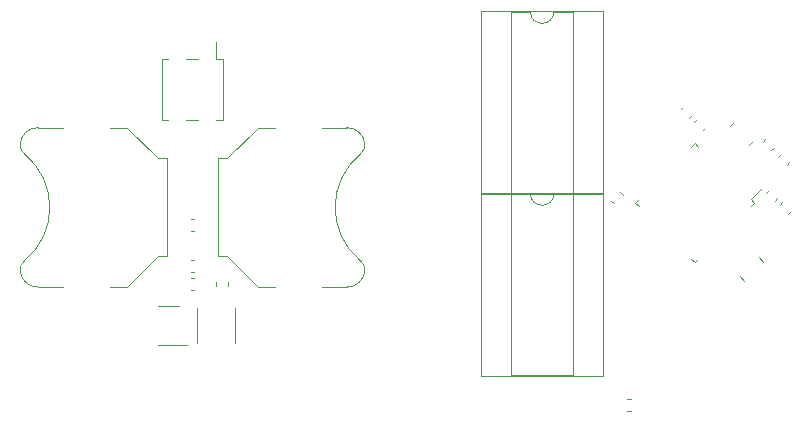
<source format=gbr>
G04 #@! TF.GenerationSoftware,KiCad,Pcbnew,(5.0.0)*
G04 #@! TF.CreationDate,2019-02-27T16:16:10+00:00*
G04 #@! TF.ProjectId,BubbleWatch,427562626C6557617463682E6B696361,rev?*
G04 #@! TF.SameCoordinates,Original*
G04 #@! TF.FileFunction,Legend,Top*
G04 #@! TF.FilePolarity,Positive*
%FSLAX46Y46*%
G04 Gerber Fmt 4.6, Leading zero omitted, Abs format (unit mm)*
G04 Created by KiCad (PCBNEW (5.0.0)) date 02/27/19 16:16:10*
%MOMM*%
%LPD*%
G01*
G04 APERTURE LIST*
%ADD10C,0.120000*%
G04 APERTURE END LIST*
D10*
G04 #@! TO.C,U3*
X146524416Y-83648355D02*
X146227431Y-83351370D01*
X141489816Y-78613755D02*
X141786801Y-78910740D01*
X146524416Y-73579155D02*
X146821401Y-73876140D01*
X151559016Y-78613755D02*
X151262031Y-78910740D01*
X141489816Y-78613755D02*
X141786801Y-78316770D01*
X146524416Y-83648355D02*
X146821401Y-83351370D01*
X151262031Y-78316770D02*
X152237839Y-77340963D01*
X151559016Y-78613755D02*
X151262031Y-78316770D01*
X146524416Y-73579155D02*
X146227431Y-73876140D01*
G04 #@! TO.C,U2*
X134600000Y-77820000D02*
G75*
G02X132600000Y-77820000I-1000000J0D01*
G01*
X132600000Y-77820000D02*
X130950000Y-77820000D01*
X130950000Y-77820000D02*
X130950000Y-93180000D01*
X130950000Y-93180000D02*
X136250000Y-93180000D01*
X136250000Y-93180000D02*
X136250000Y-77820000D01*
X136250000Y-77820000D02*
X134600000Y-77820000D01*
X128460000Y-77760000D02*
X128460000Y-93240000D01*
X128460000Y-93240000D02*
X138740000Y-93240000D01*
X138740000Y-93240000D02*
X138740000Y-77760000D01*
X138740000Y-77760000D02*
X128460000Y-77760000D01*
G04 #@! TO.C,RN2*
X150693898Y-85202548D02*
X150340345Y-84848995D01*
X152306101Y-83590345D02*
X151952548Y-83236792D01*
G04 #@! TO.C,U1*
X138740000Y-62360000D02*
X128460000Y-62360000D01*
X138740000Y-77840000D02*
X138740000Y-62360000D01*
X128460000Y-77840000D02*
X138740000Y-77840000D01*
X128460000Y-62360000D02*
X128460000Y-77840000D01*
X136250000Y-62420000D02*
X134600000Y-62420000D01*
X136250000Y-77780000D02*
X136250000Y-62420000D01*
X130950000Y-77780000D02*
X136250000Y-77780000D01*
X130950000Y-62420000D02*
X130950000Y-77780000D01*
X132600000Y-62420000D02*
X130950000Y-62420000D01*
X134600000Y-62420000D02*
G75*
G02X132600000Y-62420000I-1000000J0D01*
G01*
G04 #@! TO.C,BT1*
X118584160Y-73585385D02*
G75*
G02X118200000Y-74500000I-984160J-124615D01*
G01*
X118584160Y-84414615D02*
G75*
G03X118200000Y-83500000I-984160J124615D01*
G01*
X118188671Y-74509339D02*
G75*
G03X118200000Y-83500000I3711329J-4490661D01*
G01*
X117050000Y-72250000D02*
G75*
G02X118600000Y-73700000I50000J-1500000D01*
G01*
X117050000Y-85750000D02*
G75*
G03X118600000Y-84300000I50000J1500000D01*
G01*
X115000000Y-72250000D02*
X117100000Y-72250000D01*
X115000000Y-85750000D02*
X117100000Y-85750000D01*
X111000000Y-85750000D02*
X109550000Y-85750000D01*
X109550000Y-85750000D02*
X106950000Y-83150000D01*
X106950000Y-83150000D02*
X106150000Y-83150000D01*
X106150000Y-83150000D02*
X106150000Y-74850000D01*
X106150000Y-74850000D02*
X106950000Y-74850000D01*
X106950000Y-74850000D02*
X109550000Y-72250000D01*
X109550000Y-72250000D02*
X111000000Y-72250000D01*
G04 #@! TO.C,BT2*
X98450000Y-85750000D02*
X97000000Y-85750000D01*
X101050000Y-83150000D02*
X98450000Y-85750000D01*
X101850000Y-83150000D02*
X101050000Y-83150000D01*
X101850000Y-74850000D02*
X101850000Y-83150000D01*
X101050000Y-74850000D02*
X101850000Y-74850000D01*
X98450000Y-72250000D02*
X101050000Y-74850000D01*
X97000000Y-72250000D02*
X98450000Y-72250000D01*
X93000000Y-72250000D02*
X90900000Y-72250000D01*
X93000000Y-85750000D02*
X90900000Y-85750000D01*
X90950000Y-72250000D02*
G75*
G03X89400000Y-73700000I-50000J-1500000D01*
G01*
X90950000Y-85750000D02*
G75*
G02X89400000Y-84300000I-50000J1500000D01*
G01*
X89811329Y-83490661D02*
G75*
G03X89800000Y-74500000I-3711329J4490661D01*
G01*
X89415840Y-73585385D02*
G75*
G03X89800000Y-74500000I984160J-124615D01*
G01*
X89415840Y-84414615D02*
G75*
G02X89800000Y-83500000I984160J124615D01*
G01*
G04 #@! TO.C,C1*
X145331120Y-70697631D02*
X145561325Y-70467426D01*
X146052369Y-71418880D02*
X146282574Y-71188675D01*
G04 #@! TO.C,C2*
X153717426Y-78811325D02*
X153947631Y-78581120D01*
X154438675Y-79532574D02*
X154668880Y-79302369D01*
G04 #@! TO.C,C3*
X140418880Y-77947631D02*
X140188675Y-77717426D01*
X139697631Y-78668880D02*
X139467426Y-78438675D01*
G04 #@! TO.C,C4*
X146467426Y-71754478D02*
X146697631Y-71524273D01*
X147188675Y-72475727D02*
X147418880Y-72245522D01*
G04 #@! TO.C,C5*
X153302369Y-78475727D02*
X153532574Y-78245522D01*
X152581120Y-77754478D02*
X152811325Y-77524273D01*
G04 #@! TO.C,C6*
X153581120Y-74697631D02*
X153811325Y-74467426D01*
X154302369Y-75418880D02*
X154532574Y-75188675D01*
G04 #@! TO.C,C7*
X105990000Y-85662779D02*
X105990000Y-85337221D01*
X107010000Y-85662779D02*
X107010000Y-85337221D01*
G04 #@! TO.C,C8*
X152995522Y-74168880D02*
X153225727Y-73938675D01*
X152274273Y-73447631D02*
X152504478Y-73217426D01*
G04 #@! TO.C,C9*
X103837221Y-81010000D02*
X104162779Y-81010000D01*
X103837221Y-79990000D02*
X104162779Y-79990000D01*
G04 #@! TO.C,L1*
X107600000Y-87500000D02*
X107600000Y-90500000D01*
X104400000Y-87500000D02*
X104400000Y-90500000D01*
G04 #@! TO.C,R1*
X103837221Y-83490000D02*
X104162779Y-83490000D01*
X103837221Y-84510000D02*
X104162779Y-84510000D01*
G04 #@! TO.C,R2*
X104162779Y-84990000D02*
X103837221Y-84990000D01*
X104162779Y-86010000D02*
X103837221Y-86010000D01*
G04 #@! TO.C,R3*
X140799720Y-95240000D02*
X141125278Y-95240000D01*
X140799720Y-96260000D02*
X141125278Y-96260000D01*
G04 #@! TO.C,RN1*
X149870675Y-71767122D02*
X149517122Y-72120675D01*
X151482878Y-73379325D02*
X151129325Y-73732878D01*
G04 #@! TO.C,U4*
X102900000Y-87390000D02*
X101100000Y-87390000D01*
X101100000Y-90610000D02*
X103550000Y-90610000D01*
G04 #@! TO.C,J1*
X104510000Y-71600000D02*
X103490000Y-71600000D01*
X104510000Y-66400000D02*
X103490000Y-66400000D01*
X101970000Y-71600000D02*
X101400000Y-71600000D01*
X101970000Y-66400000D02*
X101400000Y-66400000D01*
X106600000Y-71600000D02*
X106030000Y-71600000D01*
X106600000Y-66400000D02*
X106030000Y-66400000D01*
X106030000Y-64960000D02*
X106030000Y-66400000D01*
X101400000Y-66400000D02*
X101400000Y-71600000D01*
X106600000Y-66400000D02*
X106600000Y-71600000D01*
G04 #@! TD*
M02*

</source>
